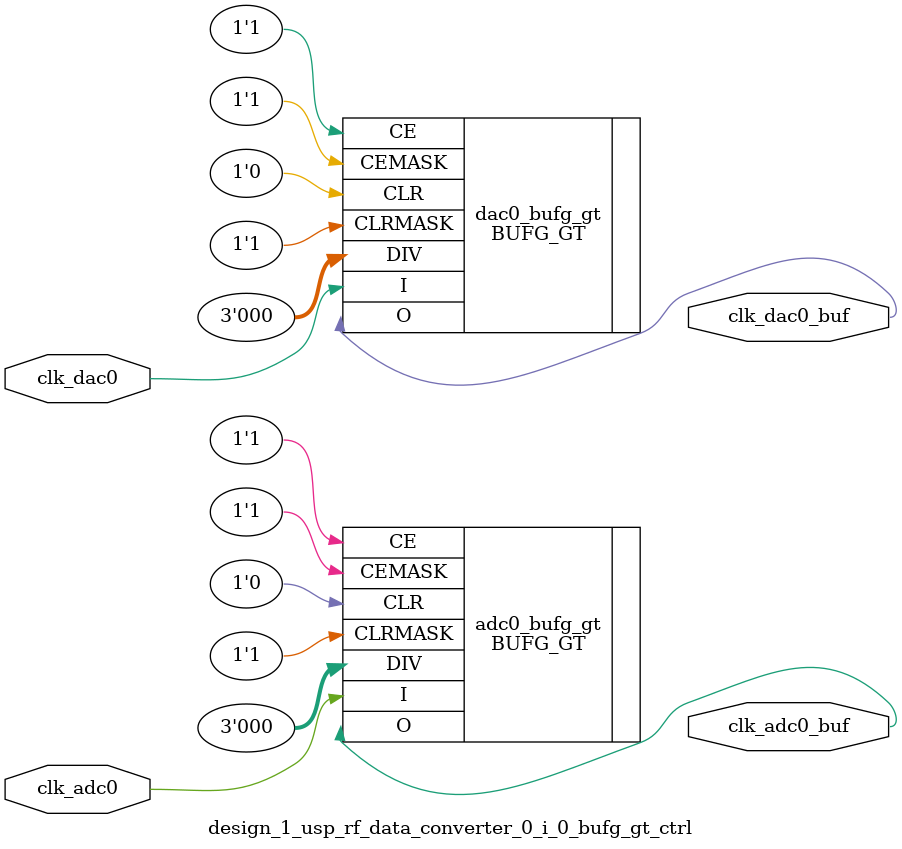
<source format=v>

`timescale 1ns / 1ps

(* DowngradeIPIdentifiedWarnings="yes" *)
module design_1_usp_rf_data_converter_0_i_0_bufg_gt_ctrl (
  // DAC Fabric Feedback Clock for Tile 0
  input    clk_dac0,
  output   clk_dac0_buf,
      
  // ADC Fabric Feedback Clock for Tile 0
  input    clk_adc0,
  
  output   clk_adc0_buf
    
);

  BUFG_GT dac0_bufg_gt
  (
    .I       (clk_dac0),
    .CE      (1'b1),
    .CEMASK  (1'b1),
    .CLR     (1'b0),
    .CLRMASK (1'b1),
    .DIV     (3'b000),
    .O       (clk_dac0_buf)
  );  

 
  BUFG_GT adc0_bufg_gt
  (
    .I       (clk_adc0),
    .CE      (1'b1),
    .CEMASK  (1'b1),
    .CLR     (1'b0),
    .CLRMASK (1'b1),
    .DIV     (3'b000),
    .O       (clk_adc0_buf)
  );  

endmodule

</source>
